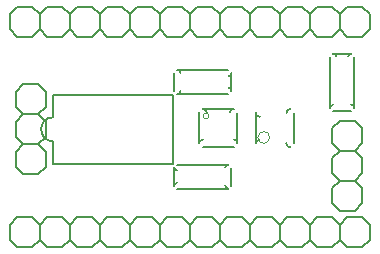
<source format=gto>
G04 (created by PCBNEW (2013-jul-07)-stable) date Mon 28 Dec 2015 12:37:34 PM PST*
%MOIN*%
G04 Gerber Fmt 3.4, Leading zero omitted, Abs format*
%FSLAX34Y34*%
G01*
G70*
G90*
G04 APERTURE LIST*
%ADD10C,0.00393701*%
%ADD11C,0.006*%
%ADD12C,0.002*%
G04 APERTURE END LIST*
G54D10*
G54D11*
X58473Y-39064D02*
X54473Y-39064D01*
X54473Y-41364D02*
X58473Y-41364D01*
X58473Y-39064D02*
X58473Y-41364D01*
X54473Y-39064D02*
X54473Y-39814D01*
X54473Y-41364D02*
X54473Y-40614D01*
X54473Y-40614D02*
G75*
G02X54473Y-39814I0J400D01*
G74*
G01*
X60488Y-40813D02*
X59465Y-40813D01*
X59465Y-39534D02*
X60488Y-39534D01*
X60488Y-40557D02*
G75*
G02X60616Y-40685I0J-128D01*
G74*
G01*
X60360Y-39662D02*
G75*
G02X60488Y-39534I128J0D01*
G74*
G01*
X59593Y-39662D02*
G75*
G03X59465Y-39534I-128J0D01*
G74*
G01*
X59465Y-40557D02*
G75*
G03X59337Y-40685I0J-128D01*
G74*
G01*
X59337Y-39647D02*
X59337Y-40685D01*
X60616Y-39662D02*
X60616Y-40685D01*
G54D12*
X59664Y-39763D02*
G75*
G03X59664Y-39763I-96J0D01*
G74*
G01*
G54D11*
X62505Y-39663D02*
X62505Y-40686D01*
X61226Y-40686D02*
X61226Y-39663D01*
X62249Y-39663D02*
G75*
G02X62377Y-39535I128J0D01*
G74*
G01*
X61354Y-39791D02*
G75*
G02X61226Y-39663I0J128D01*
G74*
G01*
X61354Y-40558D02*
G75*
G03X61226Y-40686I0J-128D01*
G74*
G01*
X62249Y-40686D02*
G75*
G03X62377Y-40814I128J0D01*
G74*
G01*
G54D12*
X61690Y-40485D02*
G75*
G03X61690Y-40485I-196J0D01*
G74*
G01*
G54D11*
X62282Y-36131D02*
X62782Y-36131D01*
X62782Y-36131D02*
X63032Y-36381D01*
X63032Y-36381D02*
X63032Y-36881D01*
X63032Y-36881D02*
X62782Y-37131D01*
X63032Y-36381D02*
X63282Y-36131D01*
X63282Y-36131D02*
X63782Y-36131D01*
X63782Y-36131D02*
X64032Y-36381D01*
X64032Y-36381D02*
X64032Y-36881D01*
X64032Y-36881D02*
X63782Y-37131D01*
X63782Y-37131D02*
X63282Y-37131D01*
X63282Y-37131D02*
X63032Y-36881D01*
X61032Y-36381D02*
X61282Y-36131D01*
X61282Y-36131D02*
X61782Y-36131D01*
X61782Y-36131D02*
X62032Y-36381D01*
X62032Y-36381D02*
X62032Y-36881D01*
X62032Y-36881D02*
X61782Y-37131D01*
X61782Y-37131D02*
X61282Y-37131D01*
X61282Y-37131D02*
X61032Y-36881D01*
X62282Y-36131D02*
X62032Y-36381D01*
X62032Y-36881D02*
X62282Y-37131D01*
X62782Y-37131D02*
X62282Y-37131D01*
X59282Y-36131D02*
X59782Y-36131D01*
X59782Y-36131D02*
X60032Y-36381D01*
X60032Y-36381D02*
X60032Y-36881D01*
X60032Y-36881D02*
X59782Y-37131D01*
X60032Y-36381D02*
X60282Y-36131D01*
X60282Y-36131D02*
X60782Y-36131D01*
X60782Y-36131D02*
X61032Y-36381D01*
X61032Y-36381D02*
X61032Y-36881D01*
X61032Y-36881D02*
X60782Y-37131D01*
X60782Y-37131D02*
X60282Y-37131D01*
X60282Y-37131D02*
X60032Y-36881D01*
X58032Y-36381D02*
X58282Y-36131D01*
X58282Y-36131D02*
X58782Y-36131D01*
X58782Y-36131D02*
X59032Y-36381D01*
X59032Y-36381D02*
X59032Y-36881D01*
X59032Y-36881D02*
X58782Y-37131D01*
X58782Y-37131D02*
X58282Y-37131D01*
X58282Y-37131D02*
X58032Y-36881D01*
X59282Y-36131D02*
X59032Y-36381D01*
X59032Y-36881D02*
X59282Y-37131D01*
X59782Y-37131D02*
X59282Y-37131D01*
X56282Y-36131D02*
X56782Y-36131D01*
X56782Y-36131D02*
X57032Y-36381D01*
X57032Y-36381D02*
X57032Y-36881D01*
X57032Y-36881D02*
X56782Y-37131D01*
X57032Y-36381D02*
X57282Y-36131D01*
X57282Y-36131D02*
X57782Y-36131D01*
X57782Y-36131D02*
X58032Y-36381D01*
X58032Y-36381D02*
X58032Y-36881D01*
X58032Y-36881D02*
X57782Y-37131D01*
X57782Y-37131D02*
X57282Y-37131D01*
X57282Y-37131D02*
X57032Y-36881D01*
X55032Y-36381D02*
X55282Y-36131D01*
X55282Y-36131D02*
X55782Y-36131D01*
X55782Y-36131D02*
X56032Y-36381D01*
X56032Y-36381D02*
X56032Y-36881D01*
X56032Y-36881D02*
X55782Y-37131D01*
X55782Y-37131D02*
X55282Y-37131D01*
X55282Y-37131D02*
X55032Y-36881D01*
X56282Y-36131D02*
X56032Y-36381D01*
X56032Y-36881D02*
X56282Y-37131D01*
X56782Y-37131D02*
X56282Y-37131D01*
X53282Y-36131D02*
X53782Y-36131D01*
X53782Y-36131D02*
X54032Y-36381D01*
X54032Y-36381D02*
X54032Y-36881D01*
X54032Y-36881D02*
X53782Y-37131D01*
X54032Y-36381D02*
X54282Y-36131D01*
X54282Y-36131D02*
X54782Y-36131D01*
X54782Y-36131D02*
X55032Y-36381D01*
X55032Y-36381D02*
X55032Y-36881D01*
X55032Y-36881D02*
X54782Y-37131D01*
X54782Y-37131D02*
X54282Y-37131D01*
X54282Y-37131D02*
X54032Y-36881D01*
X53032Y-36381D02*
X53032Y-36881D01*
X53282Y-36131D02*
X53032Y-36381D01*
X53032Y-36881D02*
X53282Y-37131D01*
X53782Y-37131D02*
X53282Y-37131D01*
X64032Y-36381D02*
X64282Y-36131D01*
X64282Y-36131D02*
X64782Y-36131D01*
X64782Y-36131D02*
X65032Y-36381D01*
X65032Y-36381D02*
X65032Y-36881D01*
X65032Y-36881D02*
X64782Y-37131D01*
X64782Y-37131D02*
X64282Y-37131D01*
X64282Y-37131D02*
X64032Y-36881D01*
X62282Y-43139D02*
X62782Y-43139D01*
X62782Y-43139D02*
X63032Y-43389D01*
X63032Y-43389D02*
X63032Y-43889D01*
X63032Y-43889D02*
X62782Y-44139D01*
X63032Y-43389D02*
X63282Y-43139D01*
X63282Y-43139D02*
X63782Y-43139D01*
X63782Y-43139D02*
X64032Y-43389D01*
X64032Y-43389D02*
X64032Y-43889D01*
X64032Y-43889D02*
X63782Y-44139D01*
X63782Y-44139D02*
X63282Y-44139D01*
X63282Y-44139D02*
X63032Y-43889D01*
X61032Y-43389D02*
X61282Y-43139D01*
X61282Y-43139D02*
X61782Y-43139D01*
X61782Y-43139D02*
X62032Y-43389D01*
X62032Y-43389D02*
X62032Y-43889D01*
X62032Y-43889D02*
X61782Y-44139D01*
X61782Y-44139D02*
X61282Y-44139D01*
X61282Y-44139D02*
X61032Y-43889D01*
X62282Y-43139D02*
X62032Y-43389D01*
X62032Y-43889D02*
X62282Y-44139D01*
X62782Y-44139D02*
X62282Y-44139D01*
X59282Y-43139D02*
X59782Y-43139D01*
X59782Y-43139D02*
X60032Y-43389D01*
X60032Y-43389D02*
X60032Y-43889D01*
X60032Y-43889D02*
X59782Y-44139D01*
X60032Y-43389D02*
X60282Y-43139D01*
X60282Y-43139D02*
X60782Y-43139D01*
X60782Y-43139D02*
X61032Y-43389D01*
X61032Y-43389D02*
X61032Y-43889D01*
X61032Y-43889D02*
X60782Y-44139D01*
X60782Y-44139D02*
X60282Y-44139D01*
X60282Y-44139D02*
X60032Y-43889D01*
X58032Y-43389D02*
X58282Y-43139D01*
X58282Y-43139D02*
X58782Y-43139D01*
X58782Y-43139D02*
X59032Y-43389D01*
X59032Y-43389D02*
X59032Y-43889D01*
X59032Y-43889D02*
X58782Y-44139D01*
X58782Y-44139D02*
X58282Y-44139D01*
X58282Y-44139D02*
X58032Y-43889D01*
X59282Y-43139D02*
X59032Y-43389D01*
X59032Y-43889D02*
X59282Y-44139D01*
X59782Y-44139D02*
X59282Y-44139D01*
X56282Y-43139D02*
X56782Y-43139D01*
X56782Y-43139D02*
X57032Y-43389D01*
X57032Y-43389D02*
X57032Y-43889D01*
X57032Y-43889D02*
X56782Y-44139D01*
X57032Y-43389D02*
X57282Y-43139D01*
X57282Y-43139D02*
X57782Y-43139D01*
X57782Y-43139D02*
X58032Y-43389D01*
X58032Y-43389D02*
X58032Y-43889D01*
X58032Y-43889D02*
X57782Y-44139D01*
X57782Y-44139D02*
X57282Y-44139D01*
X57282Y-44139D02*
X57032Y-43889D01*
X55032Y-43389D02*
X55282Y-43139D01*
X55282Y-43139D02*
X55782Y-43139D01*
X55782Y-43139D02*
X56032Y-43389D01*
X56032Y-43389D02*
X56032Y-43889D01*
X56032Y-43889D02*
X55782Y-44139D01*
X55782Y-44139D02*
X55282Y-44139D01*
X55282Y-44139D02*
X55032Y-43889D01*
X56282Y-43139D02*
X56032Y-43389D01*
X56032Y-43889D02*
X56282Y-44139D01*
X56782Y-44139D02*
X56282Y-44139D01*
X53282Y-43139D02*
X53782Y-43139D01*
X53782Y-43139D02*
X54032Y-43389D01*
X54032Y-43389D02*
X54032Y-43889D01*
X54032Y-43889D02*
X53782Y-44139D01*
X54032Y-43389D02*
X54282Y-43139D01*
X54282Y-43139D02*
X54782Y-43139D01*
X54782Y-43139D02*
X55032Y-43389D01*
X55032Y-43389D02*
X55032Y-43889D01*
X55032Y-43889D02*
X54782Y-44139D01*
X54782Y-44139D02*
X54282Y-44139D01*
X54282Y-44139D02*
X54032Y-43889D01*
X53032Y-43389D02*
X53032Y-43889D01*
X53282Y-43139D02*
X53032Y-43389D01*
X53032Y-43889D02*
X53282Y-44139D01*
X53782Y-44139D02*
X53282Y-44139D01*
X64032Y-43389D02*
X64282Y-43139D01*
X64282Y-43139D02*
X64782Y-43139D01*
X64782Y-43139D02*
X65032Y-43389D01*
X65032Y-43389D02*
X65032Y-43889D01*
X65032Y-43889D02*
X64782Y-44139D01*
X64782Y-44139D02*
X64282Y-44139D01*
X64282Y-44139D02*
X64032Y-43889D01*
X54217Y-38964D02*
X54217Y-39464D01*
X54217Y-39464D02*
X53967Y-39714D01*
X53967Y-39714D02*
X53467Y-39714D01*
X53467Y-39714D02*
X53217Y-39464D01*
X53967Y-39714D02*
X54217Y-39964D01*
X54217Y-39964D02*
X54217Y-40464D01*
X54217Y-40464D02*
X53967Y-40714D01*
X53967Y-40714D02*
X53467Y-40714D01*
X53467Y-40714D02*
X53217Y-40464D01*
X53217Y-40464D02*
X53217Y-39964D01*
X53217Y-39964D02*
X53467Y-39714D01*
X53967Y-38714D02*
X53467Y-38714D01*
X54217Y-38964D02*
X53967Y-38714D01*
X53467Y-38714D02*
X53217Y-38964D01*
X53217Y-39464D02*
X53217Y-38964D01*
X53967Y-40714D02*
X54217Y-40964D01*
X54217Y-40964D02*
X54217Y-41464D01*
X54217Y-41464D02*
X53967Y-41714D01*
X53967Y-41714D02*
X53467Y-41714D01*
X53467Y-41714D02*
X53217Y-41464D01*
X53217Y-41464D02*
X53217Y-40964D01*
X53217Y-40964D02*
X53467Y-40714D01*
X63710Y-39489D02*
X63710Y-37789D01*
X64410Y-39389D02*
G75*
G02X64510Y-39489I0J-100D01*
G74*
G01*
X64310Y-37789D02*
G75*
G02X64410Y-37689I100J0D01*
G74*
G01*
X63910Y-37789D02*
G75*
G03X63810Y-37689I-100J0D01*
G74*
G01*
X63810Y-39389D02*
G75*
G03X63710Y-39489I0J-100D01*
G74*
G01*
X63810Y-39589D02*
X64410Y-39589D01*
X63810Y-37689D02*
X64410Y-37689D01*
X64510Y-37789D02*
X64510Y-39489D01*
X58615Y-38239D02*
X60315Y-38239D01*
X58715Y-38939D02*
G75*
G02X58615Y-39039I-100J0D01*
G74*
G01*
X60315Y-38839D02*
G75*
G02X60415Y-38939I0J-100D01*
G74*
G01*
X60315Y-38439D02*
G75*
G03X60415Y-38339I0J100D01*
G74*
G01*
X58715Y-38339D02*
G75*
G03X58615Y-38239I-100J0D01*
G74*
G01*
X58515Y-38339D02*
X58515Y-38939D01*
X60415Y-38339D02*
X60415Y-38939D01*
X60315Y-39039D02*
X58615Y-39039D01*
X60315Y-42189D02*
X58615Y-42189D01*
X60215Y-41489D02*
G75*
G02X60315Y-41389I100J0D01*
G74*
G01*
X58615Y-41589D02*
G75*
G02X58515Y-41489I0J100D01*
G74*
G01*
X58615Y-41989D02*
G75*
G03X58515Y-42089I0J-100D01*
G74*
G01*
X60215Y-42089D02*
G75*
G03X60315Y-42189I100J0D01*
G74*
G01*
X60415Y-42089D02*
X60415Y-41489D01*
X58515Y-42089D02*
X58515Y-41489D01*
X58615Y-41389D02*
X60315Y-41389D01*
X64768Y-40184D02*
X64768Y-40684D01*
X64768Y-40684D02*
X64518Y-40934D01*
X64518Y-40934D02*
X64018Y-40934D01*
X64018Y-40934D02*
X63768Y-40684D01*
X64518Y-40934D02*
X64768Y-41184D01*
X64768Y-41184D02*
X64768Y-41684D01*
X64768Y-41684D02*
X64518Y-41934D01*
X64518Y-41934D02*
X64018Y-41934D01*
X64018Y-41934D02*
X63768Y-41684D01*
X63768Y-41684D02*
X63768Y-41184D01*
X63768Y-41184D02*
X64018Y-40934D01*
X64518Y-39934D02*
X64018Y-39934D01*
X64768Y-40184D02*
X64518Y-39934D01*
X64018Y-39934D02*
X63768Y-40184D01*
X63768Y-40684D02*
X63768Y-40184D01*
X64518Y-41934D02*
X64768Y-42184D01*
X64768Y-42184D02*
X64768Y-42684D01*
X64768Y-42684D02*
X64518Y-42934D01*
X64518Y-42934D02*
X64018Y-42934D01*
X64018Y-42934D02*
X63768Y-42684D01*
X63768Y-42684D02*
X63768Y-42184D01*
X63768Y-42184D02*
X64018Y-41934D01*
M02*

</source>
